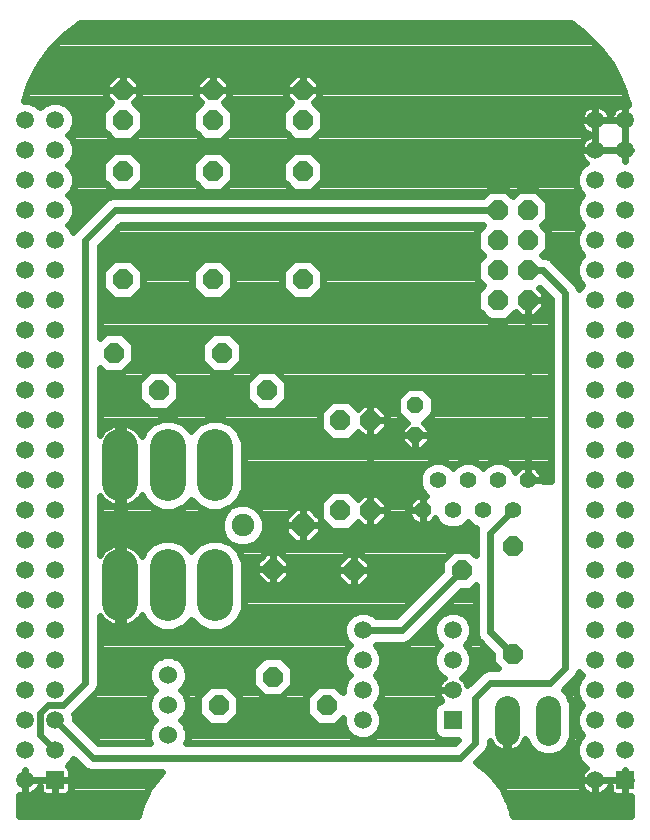
<source format=gtl>
G75*
%MOIN*%
%OFA0B0*%
%FSLAX24Y24*%
%IPPOS*%
%LPD*%
%AMOC8*
5,1,8,0,0,1.08239X$1,22.5*
%
%ADD10R,0.0594X0.0594*%
%ADD11C,0.0594*%
%ADD12R,0.0590X0.0590*%
%ADD13C,0.0590*%
%ADD14OC8,0.0660*%
%ADD15C,0.0750*%
%ADD16OC8,0.0750*%
%ADD17OC8,0.0520*%
%ADD18C,0.1185*%
%ADD19C,0.0560*%
%ADD20C,0.0600*%
%ADD21C,0.0840*%
%ADD22C,0.0240*%
D10*
X005970Y008000D03*
X024970Y008000D03*
D11*
X023970Y008000D03*
X023970Y009000D03*
X024970Y009000D03*
X024970Y010000D03*
X024970Y011000D03*
X023970Y011000D03*
X023970Y010000D03*
X023970Y012000D03*
X024970Y012000D03*
X024970Y013000D03*
X024970Y014000D03*
X023970Y014000D03*
X023970Y013000D03*
X023970Y015000D03*
X024970Y015000D03*
X024970Y016000D03*
X024970Y017000D03*
X023970Y017000D03*
X023970Y016000D03*
X023970Y018000D03*
X024970Y018000D03*
X024970Y019000D03*
X023970Y019000D03*
X023970Y020000D03*
X023970Y021000D03*
X024970Y021000D03*
X024970Y020000D03*
X024970Y022000D03*
X023970Y022000D03*
X023970Y023000D03*
X023970Y024000D03*
X024970Y024000D03*
X024970Y023000D03*
X024970Y025000D03*
X023970Y025000D03*
X023970Y026000D03*
X024970Y026000D03*
X024970Y027000D03*
X024970Y028000D03*
X023970Y028000D03*
X023970Y027000D03*
X023970Y029000D03*
X024970Y029000D03*
X024970Y030000D03*
X023970Y030000D03*
X005970Y030000D03*
X005970Y029000D03*
X005970Y028000D03*
X005970Y027000D03*
X005970Y026000D03*
X005970Y025000D03*
X005970Y024000D03*
X005970Y023000D03*
X005970Y022000D03*
X005970Y021000D03*
X005970Y020000D03*
X005970Y019000D03*
X005970Y018000D03*
X005970Y017000D03*
X005970Y016000D03*
X005970Y015000D03*
X005970Y014000D03*
X005970Y013000D03*
X005970Y012000D03*
X005970Y011000D03*
X005970Y010000D03*
X005970Y009000D03*
X004970Y009000D03*
X004970Y008000D03*
X004970Y010000D03*
X004970Y011000D03*
X004970Y012000D03*
X004970Y013000D03*
X004970Y014000D03*
X004970Y015000D03*
X004970Y016000D03*
X004970Y017000D03*
X004970Y018000D03*
X004970Y019000D03*
X004970Y020000D03*
X004970Y021000D03*
X004970Y022000D03*
X004970Y023000D03*
X004970Y024000D03*
X004970Y025000D03*
X004970Y026000D03*
X004970Y027000D03*
X004970Y028000D03*
X004970Y029000D03*
X004970Y030000D03*
D12*
X019220Y010000D03*
D13*
X019220Y011000D03*
X019220Y012000D03*
X019220Y013000D03*
X016220Y013000D03*
X016220Y012000D03*
X016220Y011000D03*
X016220Y010000D03*
D14*
X015020Y010500D03*
X013220Y011450D03*
X011420Y010500D03*
X013220Y015050D03*
X015470Y017000D03*
X016470Y017000D03*
X015920Y015000D03*
X019520Y015000D03*
X021220Y015800D03*
X021220Y012200D03*
X016470Y020000D03*
X015470Y020000D03*
X013020Y021000D03*
X011520Y022250D03*
X009420Y021000D03*
X007920Y022250D03*
X008220Y024700D03*
X011220Y024700D03*
X014220Y024700D03*
X014220Y028300D03*
X014220Y030000D03*
X014220Y031000D03*
X011220Y031000D03*
X011220Y030000D03*
X011220Y028300D03*
X008220Y028300D03*
X008220Y030000D03*
X008220Y031000D03*
X020720Y027000D03*
X020720Y026000D03*
X020720Y025000D03*
X020720Y024000D03*
X021720Y024000D03*
X021720Y025000D03*
X021720Y026000D03*
X021720Y027000D03*
D15*
X012220Y016500D03*
D16*
X014220Y016500D03*
D17*
X017970Y019500D03*
X017970Y020500D03*
D18*
X011300Y019093D02*
X011300Y017908D01*
X009720Y017908D02*
X009720Y019093D01*
X008140Y019093D02*
X008140Y017908D01*
X008140Y015093D02*
X008140Y013908D01*
X009720Y013908D02*
X009720Y015093D01*
X011300Y015093D02*
X011300Y013908D01*
D19*
X018220Y017000D03*
X019220Y017000D03*
X020220Y017000D03*
X021220Y017000D03*
X020720Y018000D03*
X019720Y018000D03*
X018720Y018000D03*
X021720Y018000D03*
D20*
X009720Y011500D03*
X009720Y010500D03*
X009720Y009500D03*
D21*
X021031Y009580D02*
X021031Y010420D01*
X022409Y010420D02*
X022409Y009580D01*
D22*
X004765Y007524D02*
X004765Y006795D01*
X008728Y006795D01*
X008815Y007179D01*
X008815Y007179D01*
X009088Y007746D01*
X009088Y007746D01*
X009481Y008239D01*
X009481Y008239D01*
X009520Y008270D01*
X007125Y008270D01*
X006948Y008343D01*
X006813Y008478D01*
X006567Y008724D01*
X006527Y008628D01*
X006383Y008484D01*
X006402Y008473D01*
X006443Y008432D01*
X006472Y008382D01*
X006487Y008326D01*
X006487Y008000D01*
X005970Y008000D01*
X005970Y008000D01*
X005970Y008000D01*
X005487Y008000D01*
X004970Y008000D01*
X004970Y008000D01*
X004970Y008343D01*
X004970Y008343D01*
X004970Y008000D01*
X004970Y008000D01*
X004970Y008000D01*
X004765Y008000D01*
X004765Y008000D01*
X004970Y008000D01*
X005970Y008000D01*
X006487Y008000D01*
X006487Y007674D01*
X006472Y007618D01*
X006443Y007568D01*
X006402Y007527D01*
X006352Y007498D01*
X006296Y007483D01*
X005970Y007483D01*
X005970Y008000D01*
X005970Y008000D01*
X005970Y007483D01*
X005644Y007483D01*
X005588Y007498D01*
X005538Y007527D01*
X005497Y007568D01*
X005468Y007618D01*
X005453Y007674D01*
X005453Y007814D01*
X005449Y007802D01*
X005412Y007729D01*
X005364Y007663D01*
X005307Y007606D01*
X005241Y007558D01*
X005168Y007521D01*
X005091Y007496D01*
X005011Y007483D01*
X004970Y007483D01*
X004970Y008000D01*
X004970Y008000D01*
X004970Y007483D01*
X004929Y007483D01*
X004849Y007496D01*
X004772Y007521D01*
X004765Y007524D01*
X004765Y007348D02*
X008896Y007348D01*
X008799Y007109D02*
X004765Y007109D01*
X004765Y006871D02*
X008745Y006871D01*
X009011Y007586D02*
X006453Y007586D01*
X006487Y007825D02*
X009151Y007825D01*
X009341Y008063D02*
X006487Y008063D01*
X006487Y008302D02*
X007048Y008302D01*
X006751Y008540D02*
X006439Y008540D01*
X005970Y009000D02*
X005470Y009500D01*
X005470Y010250D01*
X005720Y010500D01*
X006220Y010500D01*
X006970Y011250D01*
X006970Y026000D01*
X007970Y027000D01*
X020720Y027000D01*
X020224Y027480D02*
X007875Y027480D01*
X007698Y027407D01*
X007563Y027272D01*
X006567Y026276D01*
X006527Y026372D01*
X006399Y026500D01*
X006527Y026628D01*
X006627Y026869D01*
X006627Y027131D01*
X006527Y027372D01*
X006399Y027500D01*
X006527Y027628D01*
X006627Y027869D01*
X006627Y028131D01*
X006527Y028372D01*
X006399Y028500D01*
X006527Y028628D01*
X006627Y028869D01*
X006627Y029131D01*
X006527Y029372D01*
X006399Y029500D01*
X006527Y029628D01*
X006627Y029869D01*
X006627Y030131D01*
X006527Y030372D01*
X006342Y030557D01*
X006101Y030657D01*
X005839Y030657D01*
X005598Y030557D01*
X005470Y030429D01*
X005342Y030557D01*
X005101Y030657D01*
X004926Y030657D01*
X005104Y031205D01*
X005421Y031828D01*
X005832Y032393D01*
X006327Y032888D01*
X006793Y033226D01*
X023147Y033226D01*
X023613Y032888D01*
X024108Y032393D01*
X024519Y031828D01*
X024836Y031205D01*
X025052Y030540D01*
X025057Y030510D01*
X025011Y030517D01*
X024970Y030517D01*
X024929Y030517D01*
X024849Y030504D01*
X024772Y030479D01*
X024699Y030442D01*
X024633Y030394D01*
X024576Y030337D01*
X024528Y030271D01*
X024491Y030198D01*
X024470Y030134D01*
X024449Y030198D01*
X024412Y030271D01*
X024364Y030337D01*
X024307Y030394D01*
X024241Y030442D01*
X024168Y030479D01*
X024091Y030504D01*
X024011Y030517D01*
X023970Y030517D01*
X023929Y030517D01*
X023849Y030504D01*
X023772Y030479D01*
X023699Y030442D01*
X023633Y030394D01*
X023576Y030337D01*
X023528Y030271D01*
X023491Y030198D01*
X023466Y030121D01*
X023453Y030041D01*
X023453Y030000D01*
X023453Y029959D01*
X023466Y029879D01*
X023491Y029802D01*
X023528Y029729D01*
X023576Y029663D01*
X023633Y029606D01*
X023699Y029558D01*
X023772Y029521D01*
X023836Y029500D01*
X023772Y029479D01*
X023699Y029442D01*
X023633Y029394D01*
X023576Y029337D01*
X023528Y029271D01*
X023491Y029198D01*
X023466Y029121D01*
X023453Y029041D01*
X023453Y029000D01*
X023453Y028959D01*
X023466Y028879D01*
X023491Y028802D01*
X023528Y028729D01*
X023576Y028663D01*
X023633Y028606D01*
X023663Y028584D01*
X023598Y028557D01*
X023413Y028372D01*
X023313Y028131D01*
X023313Y027869D01*
X023413Y027628D01*
X023541Y027500D01*
X023413Y027372D01*
X023313Y027131D01*
X023313Y026869D01*
X023413Y026628D01*
X023541Y026500D01*
X023413Y026372D01*
X023313Y026131D01*
X023313Y025869D01*
X023413Y025628D01*
X023541Y025500D01*
X023413Y025372D01*
X023313Y025131D01*
X023313Y024869D01*
X023413Y024628D01*
X023541Y024500D01*
X023431Y024390D01*
X023377Y024522D01*
X023242Y024657D01*
X022492Y025407D01*
X022315Y025480D01*
X022216Y025480D01*
X022196Y025500D01*
X022410Y025714D01*
X022410Y026286D01*
X022196Y026500D01*
X022410Y026714D01*
X022410Y027286D01*
X022006Y027690D01*
X021434Y027690D01*
X021220Y027476D01*
X021006Y027690D01*
X020434Y027690D01*
X020224Y027480D01*
X020364Y027620D02*
X014516Y027620D01*
X014506Y027610D02*
X014910Y028014D01*
X014910Y028586D01*
X014506Y028990D01*
X013934Y028990D01*
X013530Y028586D01*
X013530Y028014D01*
X013934Y027610D01*
X014506Y027610D01*
X014754Y027859D02*
X023318Y027859D01*
X023313Y028097D02*
X014910Y028097D01*
X014910Y028336D02*
X023398Y028336D01*
X023639Y028574D02*
X014910Y028574D01*
X014683Y028813D02*
X023487Y028813D01*
X023453Y029000D02*
X023970Y029000D01*
X024487Y029000D01*
X024970Y029000D01*
X025175Y029000D01*
X025175Y029000D01*
X024970Y029000D01*
X024970Y029000D01*
X024970Y029000D01*
X024970Y029483D01*
X024970Y030000D01*
X025137Y030000D01*
X025137Y030000D01*
X024970Y030000D01*
X024970Y030000D01*
X024970Y030000D01*
X024970Y030517D01*
X024970Y030000D01*
X024970Y030000D01*
X024970Y030000D01*
X024487Y030000D01*
X023970Y030000D01*
X023970Y030000D01*
X023970Y030000D01*
X023970Y030517D01*
X023970Y030000D01*
X023970Y029483D01*
X023970Y029000D01*
X023970Y029000D01*
X023970Y029000D01*
X024970Y029000D01*
X024970Y028657D01*
X024970Y029000D01*
X024970Y029000D01*
X024970Y029000D01*
X024970Y030000D01*
X023970Y030000D01*
X023970Y030000D01*
X023970Y030000D01*
X023453Y030000D01*
X023970Y030000D01*
X023970Y029000D01*
X023970Y029000D01*
X023453Y029000D01*
X023455Y029051D02*
X006627Y029051D01*
X006603Y028813D02*
X007757Y028813D01*
X007934Y028990D02*
X007530Y028586D01*
X007530Y028014D01*
X007934Y027610D01*
X008506Y027610D01*
X008910Y028014D01*
X008910Y028586D01*
X008506Y028990D01*
X007934Y028990D01*
X007934Y029310D02*
X008506Y029310D01*
X008910Y029714D01*
X008910Y030286D01*
X008597Y030599D01*
X008770Y030772D01*
X008770Y031000D01*
X008770Y031228D01*
X008448Y031550D01*
X008220Y031550D01*
X008220Y031000D01*
X008770Y031000D01*
X008220Y031000D01*
X008220Y031000D01*
X008220Y031000D01*
X008220Y031000D01*
X007670Y031000D01*
X007670Y031228D01*
X007992Y031550D01*
X008220Y031550D01*
X008220Y031000D01*
X007670Y031000D01*
X007670Y030772D01*
X007843Y030599D01*
X007530Y030286D01*
X007530Y029714D01*
X007934Y029310D01*
X007716Y029528D02*
X006427Y029528D01*
X006561Y029290D02*
X023541Y029290D01*
X023758Y029528D02*
X014724Y029528D01*
X014910Y029714D02*
X014910Y030286D01*
X014597Y030599D01*
X014770Y030772D01*
X014770Y031000D01*
X014770Y031228D01*
X014448Y031550D01*
X014220Y031550D01*
X014220Y031000D01*
X014770Y031000D01*
X014220Y031000D01*
X014220Y031000D01*
X014220Y031000D01*
X014220Y031000D01*
X013670Y031000D01*
X013670Y031228D01*
X013992Y031550D01*
X014220Y031550D01*
X014220Y031000D01*
X013670Y031000D01*
X013670Y030772D01*
X013843Y030599D01*
X013530Y030286D01*
X013530Y029714D01*
X013934Y029310D01*
X014506Y029310D01*
X014910Y029714D01*
X014910Y029767D02*
X023509Y029767D01*
X023453Y030005D02*
X014910Y030005D01*
X014910Y030244D02*
X023514Y030244D01*
X023781Y030482D02*
X014714Y030482D01*
X014718Y030721D02*
X024993Y030721D01*
X024970Y030482D02*
X024970Y030482D01*
X024781Y030482D02*
X024159Y030482D01*
X023970Y030482D02*
X023970Y030482D01*
X023970Y030244D02*
X023970Y030244D01*
X023970Y030005D02*
X023970Y030005D01*
X023970Y029767D02*
X023970Y029767D01*
X023970Y029528D02*
X023970Y029528D01*
X023970Y029290D02*
X023970Y029290D01*
X023970Y029051D02*
X023970Y029051D01*
X024970Y029051D02*
X024970Y029051D01*
X024970Y028813D02*
X024970Y028813D01*
X024970Y028657D02*
X024970Y028657D01*
X024970Y029290D02*
X024970Y029290D01*
X024970Y029528D02*
X024970Y029528D01*
X024970Y029767D02*
X024970Y029767D01*
X024970Y030005D02*
X024970Y030005D01*
X024970Y030244D02*
X024970Y030244D01*
X024514Y030244D02*
X024426Y030244D01*
X024916Y030959D02*
X014770Y030959D01*
X014770Y031198D02*
X024838Y031198D01*
X024718Y031436D02*
X014562Y031436D01*
X014220Y031436D02*
X014220Y031436D01*
X014220Y031198D02*
X014220Y031198D01*
X013878Y031436D02*
X011562Y031436D01*
X011448Y031550D02*
X011770Y031228D01*
X011770Y031000D01*
X011220Y031000D01*
X011220Y031000D01*
X011220Y031000D01*
X011220Y031550D01*
X011448Y031550D01*
X011220Y031550D02*
X010992Y031550D01*
X010670Y031228D01*
X010670Y031000D01*
X011220Y031000D01*
X011770Y031000D01*
X011770Y030772D01*
X011597Y030599D01*
X011910Y030286D01*
X011910Y029714D01*
X011506Y029310D01*
X010934Y029310D01*
X010530Y029714D01*
X010530Y030286D01*
X010843Y030599D01*
X010670Y030772D01*
X010670Y031000D01*
X011220Y031000D01*
X011220Y031000D01*
X011220Y031550D01*
X011220Y031436D02*
X011220Y031436D01*
X011220Y031198D02*
X011220Y031198D01*
X010878Y031436D02*
X008562Y031436D01*
X008770Y031198D02*
X010670Y031198D01*
X010670Y030959D02*
X008770Y030959D01*
X008718Y030721D02*
X010722Y030721D01*
X010726Y030482D02*
X008714Y030482D01*
X008910Y030244D02*
X010530Y030244D01*
X010530Y030005D02*
X008910Y030005D01*
X008910Y029767D02*
X010530Y029767D01*
X010716Y029528D02*
X008724Y029528D01*
X008683Y028813D02*
X010757Y028813D01*
X010934Y028990D02*
X010530Y028586D01*
X010530Y028014D01*
X010934Y027610D01*
X011506Y027610D01*
X011910Y028014D01*
X011910Y028586D01*
X011506Y028990D01*
X010934Y028990D01*
X010530Y028574D02*
X008910Y028574D01*
X008910Y028336D02*
X010530Y028336D01*
X010530Y028097D02*
X008910Y028097D01*
X008754Y027859D02*
X010686Y027859D01*
X010924Y027620D02*
X008516Y027620D01*
X007924Y027620D02*
X006519Y027620D01*
X006517Y027382D02*
X007673Y027382D01*
X007434Y027143D02*
X006622Y027143D01*
X006627Y026905D02*
X007196Y026905D01*
X006957Y026666D02*
X006543Y026666D01*
X006471Y026428D02*
X006719Y026428D01*
X007450Y025801D02*
X008169Y026520D01*
X020224Y026520D01*
X020244Y026500D01*
X020030Y026286D01*
X020030Y025714D01*
X020244Y025500D01*
X020030Y025286D01*
X020030Y024714D01*
X020244Y024500D01*
X020030Y024286D01*
X020030Y023714D01*
X020434Y023310D01*
X021006Y023310D01*
X021319Y023623D01*
X021492Y023450D01*
X021720Y023450D01*
X021948Y023450D01*
X022270Y023772D01*
X022270Y024000D01*
X022270Y024228D01*
X022097Y024401D01*
X022118Y024423D01*
X022490Y024051D01*
X022490Y017959D01*
X022220Y017959D01*
X022220Y017961D01*
X022220Y018000D01*
X022220Y018039D01*
X022208Y018117D01*
X022183Y018192D01*
X022148Y018262D01*
X022101Y018326D01*
X022046Y018381D01*
X021982Y018428D01*
X021912Y018463D01*
X021837Y018488D01*
X021759Y018500D01*
X021720Y018500D01*
X021720Y018000D01*
X021720Y024000D01*
X022270Y024000D01*
X021720Y024000D01*
X021720Y024000D01*
X021720Y023450D01*
X021720Y024000D01*
X021720Y024000D01*
X021720Y023804D02*
X021720Y023804D01*
X021720Y023566D02*
X021720Y023566D01*
X022063Y023566D02*
X022490Y023566D01*
X022490Y023804D02*
X022270Y023804D01*
X022270Y024043D02*
X022490Y024043D01*
X022260Y024281D02*
X022217Y024281D01*
X022220Y025000D02*
X021720Y025000D01*
X022220Y025000D02*
X022970Y024250D01*
X022970Y011750D01*
X022470Y011250D01*
X020470Y011250D01*
X019970Y010750D01*
X019970Y009250D01*
X019470Y008750D01*
X007220Y008750D01*
X005970Y010000D01*
X006627Y010022D02*
X006627Y010131D01*
X006598Y010200D01*
X007242Y010843D01*
X007377Y010978D01*
X007450Y011155D01*
X007450Y013478D01*
X007463Y013455D01*
X007528Y013371D01*
X007603Y013295D01*
X007688Y013230D01*
X007780Y013177D01*
X007878Y013136D01*
X007981Y013109D01*
X008062Y013098D01*
X008062Y014422D01*
X008218Y014422D01*
X008218Y013098D01*
X008299Y013109D01*
X008402Y013136D01*
X008500Y013177D01*
X008592Y013230D01*
X008677Y013295D01*
X008752Y013371D01*
X008817Y013455D01*
X008852Y013515D01*
X008913Y013368D01*
X009180Y013100D01*
X009531Y012955D01*
X009909Y012955D01*
X010260Y013100D01*
X010510Y013350D01*
X010760Y013100D01*
X011111Y012955D01*
X011489Y012955D01*
X011840Y013100D01*
X012107Y013368D01*
X012252Y013718D01*
X012252Y015282D01*
X012107Y015632D01*
X011904Y015835D01*
X012074Y015765D01*
X012366Y015765D01*
X012636Y015877D01*
X012843Y016084D01*
X012955Y016354D01*
X012955Y016646D01*
X012843Y016916D01*
X012636Y017123D01*
X012366Y017235D01*
X012074Y017235D01*
X011904Y017165D01*
X012107Y017368D01*
X012252Y017718D01*
X012252Y019282D01*
X012107Y019632D01*
X011840Y019900D01*
X011489Y020045D01*
X011111Y020045D01*
X010760Y019900D01*
X010510Y019650D01*
X010260Y019900D01*
X009909Y020045D01*
X009531Y020045D01*
X009180Y019900D01*
X008913Y019632D01*
X008852Y019485D01*
X008817Y019545D01*
X008752Y019629D01*
X008677Y019705D01*
X008592Y019770D01*
X008500Y019823D01*
X008402Y019864D01*
X008299Y019891D01*
X008218Y019902D01*
X008218Y018578D01*
X008062Y018578D01*
X008062Y019902D01*
X007981Y019891D01*
X007878Y019864D01*
X007780Y019823D01*
X007688Y019770D01*
X007603Y019705D01*
X007528Y019629D01*
X007463Y019545D01*
X007450Y019522D01*
X007450Y021744D01*
X007634Y021560D01*
X008206Y021560D01*
X008610Y021964D01*
X008610Y022536D01*
X008206Y022940D01*
X007634Y022940D01*
X007450Y022756D01*
X007450Y025801D01*
X007450Y025712D02*
X020032Y025712D01*
X020030Y025951D02*
X007599Y025951D01*
X007838Y026189D02*
X020030Y026189D01*
X020172Y026428D02*
X008076Y026428D01*
X007934Y025390D02*
X007530Y024986D01*
X007530Y024414D01*
X007934Y024010D01*
X008506Y024010D01*
X008910Y024414D01*
X008910Y024986D01*
X008506Y025390D01*
X007934Y025390D01*
X007779Y025235D02*
X007450Y025235D01*
X007450Y024997D02*
X007541Y024997D01*
X007530Y024758D02*
X007450Y024758D01*
X007450Y024520D02*
X007530Y024520D01*
X007450Y024281D02*
X007663Y024281D01*
X007450Y024043D02*
X007902Y024043D01*
X007450Y023804D02*
X020030Y023804D01*
X020030Y024043D02*
X014538Y024043D01*
X014506Y024010D02*
X013934Y024010D01*
X013530Y024414D01*
X013530Y024986D01*
X013934Y025390D01*
X014506Y025390D01*
X014910Y024986D01*
X014910Y024414D01*
X014506Y024010D01*
X014777Y024281D02*
X020030Y024281D01*
X020225Y024520D02*
X014910Y024520D01*
X014910Y024758D02*
X020030Y024758D01*
X020030Y024997D02*
X014899Y024997D01*
X014661Y025235D02*
X020030Y025235D01*
X020218Y025474D02*
X007450Y025474D01*
X008661Y025235D02*
X010779Y025235D01*
X010934Y025390D02*
X010530Y024986D01*
X010530Y024414D01*
X010934Y024010D01*
X011506Y024010D01*
X011910Y024414D01*
X011910Y024986D01*
X011506Y025390D01*
X010934Y025390D01*
X010541Y024997D02*
X008899Y024997D01*
X008910Y024758D02*
X010530Y024758D01*
X010530Y024520D02*
X008910Y024520D01*
X008777Y024281D02*
X010663Y024281D01*
X010902Y024043D02*
X008538Y024043D01*
X007450Y023566D02*
X020179Y023566D01*
X020417Y023327D02*
X007450Y023327D01*
X007450Y023089D02*
X022490Y023089D01*
X022490Y023327D02*
X021023Y023327D01*
X021261Y023566D02*
X021377Y023566D01*
X022490Y022850D02*
X011896Y022850D01*
X011806Y022940D02*
X011234Y022940D01*
X010830Y022536D01*
X010830Y021964D01*
X011234Y021560D01*
X011806Y021560D01*
X012210Y021964D01*
X012210Y022536D01*
X011806Y022940D01*
X012134Y022612D02*
X022490Y022612D01*
X022490Y022373D02*
X012210Y022373D01*
X012210Y022135D02*
X022490Y022135D01*
X022490Y021896D02*
X012142Y021896D01*
X011903Y021658D02*
X012702Y021658D01*
X012734Y021690D02*
X012330Y021286D01*
X012330Y020714D01*
X012734Y020310D01*
X013306Y020310D01*
X013710Y020714D01*
X013710Y021286D01*
X013306Y021690D01*
X012734Y021690D01*
X012463Y021419D02*
X009977Y021419D01*
X010110Y021286D02*
X009706Y021690D01*
X009134Y021690D01*
X008730Y021286D01*
X008730Y020714D01*
X009134Y020310D01*
X009706Y020310D01*
X010110Y020714D01*
X010110Y021286D01*
X010110Y021181D02*
X012330Y021181D01*
X012330Y020942D02*
X010110Y020942D01*
X010099Y020704D02*
X012341Y020704D01*
X012579Y020465D02*
X009861Y020465D01*
X010047Y019988D02*
X010973Y019988D01*
X010610Y019750D02*
X010410Y019750D01*
X009393Y019988D02*
X007450Y019988D01*
X007450Y019750D02*
X007662Y019750D01*
X008062Y019750D02*
X008218Y019750D01*
X008218Y019511D02*
X008062Y019511D01*
X008062Y019273D02*
X008218Y019273D01*
X008218Y019034D02*
X008062Y019034D01*
X008062Y018796D02*
X008218Y018796D01*
X008140Y018500D02*
X008140Y014500D01*
X008218Y014578D02*
X008062Y014578D01*
X008062Y015902D01*
X007981Y015891D01*
X007878Y015864D01*
X007780Y015823D01*
X007688Y015770D01*
X007603Y015705D01*
X007528Y015629D01*
X007463Y015545D01*
X007450Y015522D01*
X007450Y017478D01*
X007463Y017455D01*
X007528Y017371D01*
X007603Y017295D01*
X007688Y017230D01*
X007780Y017177D01*
X007878Y017136D01*
X007981Y017109D01*
X008062Y017098D01*
X008062Y018422D01*
X008218Y018422D01*
X008218Y017098D01*
X008299Y017109D01*
X008402Y017136D01*
X008500Y017177D01*
X008592Y017230D01*
X008677Y017295D01*
X008752Y017371D01*
X008817Y017455D01*
X008852Y017515D01*
X008913Y017368D01*
X009180Y017100D01*
X009531Y016955D01*
X009909Y016955D01*
X010260Y017100D01*
X010510Y017350D01*
X010760Y017100D01*
X011111Y016955D01*
X011489Y016955D01*
X011739Y017058D01*
X011597Y016916D01*
X011485Y016646D01*
X011485Y016354D01*
X011597Y016084D01*
X011739Y015942D01*
X011489Y016045D01*
X011111Y016045D01*
X010760Y015900D01*
X010510Y015650D01*
X010260Y015900D01*
X009909Y016045D01*
X009531Y016045D01*
X009180Y015900D01*
X008913Y015632D01*
X008852Y015485D01*
X008817Y015545D01*
X008752Y015629D01*
X008677Y015705D01*
X008592Y015770D01*
X008500Y015823D01*
X008402Y015864D01*
X008299Y015891D01*
X008218Y015902D01*
X008218Y014578D01*
X008218Y014741D02*
X008062Y014741D01*
X008062Y014980D02*
X008218Y014980D01*
X008218Y015218D02*
X008062Y015218D01*
X008062Y015457D02*
X008218Y015457D01*
X008218Y015695D02*
X008062Y015695D01*
X007593Y015695D02*
X007450Y015695D01*
X007450Y015934D02*
X009261Y015934D01*
X008975Y015695D02*
X008687Y015695D01*
X007450Y016172D02*
X011560Y016172D01*
X011485Y016411D02*
X007450Y016411D01*
X007450Y016649D02*
X011486Y016649D01*
X011585Y016888D02*
X007450Y016888D01*
X007450Y017126D02*
X007917Y017126D01*
X008062Y017126D02*
X008218Y017126D01*
X008363Y017126D02*
X009154Y017126D01*
X008916Y017365D02*
X008746Y017365D01*
X008218Y017365D02*
X008062Y017365D01*
X008062Y017603D02*
X008218Y017603D01*
X008218Y017842D02*
X008062Y017842D01*
X008062Y018080D02*
X008218Y018080D01*
X008218Y018319D02*
X008062Y018319D01*
X007534Y017365D02*
X007450Y017365D01*
X008837Y019511D02*
X008862Y019511D01*
X009030Y019750D02*
X008618Y019750D01*
X008979Y020465D02*
X007450Y020465D01*
X007450Y020227D02*
X014780Y020227D01*
X014780Y020286D02*
X014780Y019714D01*
X015184Y019310D01*
X015756Y019310D01*
X016069Y019623D01*
X016242Y019450D01*
X016470Y019450D01*
X016698Y019450D01*
X017020Y019772D01*
X017020Y020000D01*
X017020Y020228D01*
X016698Y020550D01*
X016470Y020550D01*
X016470Y020000D01*
X016470Y017000D01*
X017020Y017000D01*
X017020Y017228D01*
X016698Y017550D01*
X016470Y017550D01*
X016470Y017000D01*
X016470Y017000D01*
X016470Y017000D01*
X017020Y017000D01*
X017020Y016772D01*
X016698Y016450D01*
X016470Y016450D01*
X016470Y017000D01*
X016470Y017000D01*
X016470Y017550D01*
X016242Y017550D01*
X016069Y017377D01*
X015756Y017690D01*
X015184Y017690D01*
X014780Y017286D01*
X014780Y016781D01*
X014466Y017095D01*
X014220Y017095D01*
X014220Y016500D01*
X014815Y016500D01*
X014815Y016679D01*
X015184Y016310D01*
X015756Y016310D01*
X016069Y016623D01*
X016242Y016450D01*
X016470Y016450D01*
X016470Y017000D01*
X016470Y016888D02*
X016470Y016888D01*
X016470Y017126D02*
X016470Y017126D01*
X016470Y017365D02*
X016470Y017365D01*
X016883Y017365D02*
X017877Y017365D01*
X017894Y017381D02*
X017839Y017326D01*
X017792Y017262D01*
X017757Y017192D01*
X017732Y017117D01*
X017720Y017039D01*
X017720Y017000D01*
X018220Y017000D01*
X018220Y017000D01*
X018220Y017500D01*
X018259Y017500D01*
X018325Y017490D01*
X018177Y017637D01*
X018080Y017873D01*
X018080Y018127D01*
X018177Y018363D01*
X018357Y018543D01*
X018593Y018640D01*
X018847Y018640D01*
X019083Y018543D01*
X019220Y018405D01*
X019357Y018543D01*
X019593Y018640D01*
X019847Y018640D01*
X020083Y018543D01*
X020220Y018405D01*
X020357Y018543D01*
X020593Y018640D01*
X020847Y018640D01*
X021083Y018543D01*
X021263Y018363D01*
X021300Y018272D01*
X021339Y018326D01*
X021394Y018381D01*
X021458Y018428D01*
X021528Y018463D01*
X021603Y018488D01*
X021681Y018500D01*
X021720Y018500D01*
X021720Y018000D01*
X021720Y018000D01*
X022220Y018000D01*
X021720Y018000D01*
X021720Y018000D01*
X021720Y018080D02*
X021720Y018080D01*
X021720Y018319D02*
X021720Y018319D01*
X021333Y018319D02*
X021281Y018319D01*
X021048Y018557D02*
X022490Y018557D01*
X022490Y018319D02*
X022107Y018319D01*
X022214Y018080D02*
X022490Y018080D01*
X022490Y018796D02*
X012252Y018796D01*
X012252Y019034D02*
X017757Y019034D01*
X017771Y019020D02*
X017490Y019301D01*
X017490Y019500D01*
X017970Y019500D01*
X018450Y019500D01*
X018450Y019699D01*
X018248Y019901D01*
X018590Y020243D01*
X018590Y020757D01*
X018227Y021120D01*
X017713Y021120D01*
X017350Y020757D01*
X017350Y020243D01*
X017692Y019901D01*
X017490Y019699D01*
X017490Y019500D01*
X017970Y019500D01*
X017970Y019500D01*
X017970Y019500D01*
X018450Y019500D01*
X018450Y019301D01*
X018169Y019020D01*
X017970Y019020D01*
X017970Y019500D01*
X017970Y019500D01*
X017970Y019020D01*
X017771Y019020D01*
X017970Y019034D02*
X017970Y019034D01*
X018183Y019034D02*
X022490Y019034D01*
X022490Y019273D02*
X018421Y019273D01*
X018450Y019511D02*
X022490Y019511D01*
X022490Y019750D02*
X018399Y019750D01*
X018335Y019988D02*
X022490Y019988D01*
X022490Y020227D02*
X018573Y020227D01*
X018590Y020465D02*
X022490Y020465D01*
X022490Y020704D02*
X018590Y020704D01*
X018405Y020942D02*
X022490Y020942D01*
X022490Y021181D02*
X013710Y021181D01*
X013710Y020942D02*
X017535Y020942D01*
X017350Y020704D02*
X013699Y020704D01*
X013461Y020465D02*
X014959Y020465D01*
X014780Y020286D02*
X015184Y020690D01*
X015756Y020690D01*
X016069Y020377D01*
X016242Y020550D01*
X016470Y020550D01*
X016470Y020000D01*
X017020Y020000D01*
X016470Y020000D01*
X016470Y020000D01*
X016470Y020000D01*
X016470Y019450D01*
X016470Y020000D01*
X016470Y020000D01*
X016470Y019988D02*
X016470Y019988D01*
X016470Y019750D02*
X016470Y019750D01*
X016470Y019511D02*
X016470Y019511D01*
X016759Y019511D02*
X017490Y019511D01*
X017519Y019273D02*
X012252Y019273D01*
X012158Y019511D02*
X014983Y019511D01*
X014780Y019750D02*
X011990Y019750D01*
X011627Y019988D02*
X014780Y019988D01*
X015957Y019511D02*
X016181Y019511D01*
X016470Y020227D02*
X016470Y020227D01*
X016470Y020465D02*
X016470Y020465D01*
X016783Y020465D02*
X017350Y020465D01*
X017367Y020227D02*
X017020Y020227D01*
X017020Y019988D02*
X017605Y019988D01*
X017541Y019750D02*
X016997Y019750D01*
X016157Y020465D02*
X015981Y020465D01*
X017970Y019273D02*
X017970Y019273D01*
X018392Y018557D02*
X012252Y018557D01*
X012252Y018319D02*
X018159Y018319D01*
X018080Y018080D02*
X012252Y018080D01*
X012252Y017842D02*
X018093Y017842D01*
X018212Y017603D02*
X015843Y017603D01*
X015097Y017603D02*
X012205Y017603D01*
X012104Y017365D02*
X014859Y017365D01*
X014780Y017126D02*
X012629Y017126D01*
X012855Y016888D02*
X013766Y016888D01*
X013625Y016746D02*
X013625Y016500D01*
X014220Y016500D01*
X014220Y016500D01*
X014220Y016500D01*
X014815Y016500D01*
X014815Y016254D01*
X014466Y015905D01*
X014220Y015905D01*
X014220Y016500D01*
X014220Y016500D01*
X014220Y016500D01*
X014220Y017095D01*
X013974Y017095D01*
X013625Y016746D01*
X013625Y016649D02*
X012954Y016649D01*
X012955Y016411D02*
X013625Y016411D01*
X013625Y016500D02*
X013625Y016254D01*
X013974Y015905D01*
X014220Y015905D01*
X014220Y016500D01*
X013625Y016500D01*
X013707Y016172D02*
X012880Y016172D01*
X012693Y015934D02*
X013945Y015934D01*
X014220Y015934D02*
X014220Y015934D01*
X014220Y016172D02*
X014220Y016172D01*
X014220Y016411D02*
X014220Y016411D01*
X014220Y016649D02*
X014220Y016649D01*
X014220Y016888D02*
X014220Y016888D01*
X014674Y016888D02*
X014780Y016888D01*
X014815Y016649D02*
X014845Y016649D01*
X014815Y016411D02*
X015084Y016411D01*
X014733Y016172D02*
X019990Y016172D01*
X019990Y016345D02*
X019990Y015506D01*
X019806Y015690D01*
X019234Y015690D01*
X018830Y015286D01*
X018830Y014989D01*
X017321Y013480D01*
X016666Y013480D01*
X016591Y013555D01*
X016350Y013655D01*
X016090Y013655D01*
X015849Y013555D01*
X015665Y013371D01*
X015565Y013130D01*
X015565Y012870D01*
X015665Y012629D01*
X015794Y012500D01*
X015665Y012371D01*
X015565Y012130D01*
X015565Y011870D01*
X015665Y011629D01*
X015794Y011500D01*
X015665Y011371D01*
X015565Y011130D01*
X015565Y010931D01*
X015306Y011190D01*
X014734Y011190D01*
X014330Y010786D01*
X014330Y010214D01*
X014734Y009810D01*
X015306Y009810D01*
X015565Y010069D01*
X015565Y009870D01*
X015665Y009629D01*
X015849Y009445D01*
X016090Y009345D01*
X016350Y009345D01*
X016591Y009445D01*
X016775Y009629D01*
X016875Y009870D01*
X016875Y010130D01*
X016775Y010371D01*
X016646Y010500D01*
X016775Y010629D01*
X016875Y010870D01*
X016875Y011130D01*
X016775Y011371D01*
X016646Y011500D01*
X016775Y011629D01*
X016875Y011870D01*
X016875Y012130D01*
X016775Y012371D01*
X016646Y012500D01*
X016666Y012520D01*
X017615Y012520D01*
X017792Y012593D01*
X019509Y014310D01*
X019806Y014310D01*
X019990Y014494D01*
X019990Y012855D01*
X020063Y012678D01*
X020530Y012211D01*
X020530Y011914D01*
X020714Y011730D01*
X020375Y011730D01*
X020198Y011657D01*
X019707Y011166D01*
X019697Y011198D01*
X019660Y011270D01*
X019613Y011335D01*
X019555Y011393D01*
X019523Y011416D01*
X019591Y011445D01*
X019775Y011629D01*
X019875Y011870D01*
X019875Y012130D01*
X019775Y012371D01*
X019646Y012500D01*
X019775Y012629D01*
X019875Y012870D01*
X019875Y013130D01*
X019775Y013371D01*
X019591Y013555D01*
X019350Y013655D01*
X019090Y013655D01*
X018849Y013555D01*
X018665Y013371D01*
X018565Y013130D01*
X018565Y012870D01*
X018665Y012629D01*
X018794Y012500D01*
X018665Y012371D01*
X018565Y012130D01*
X018565Y011870D01*
X018665Y011629D01*
X018849Y011445D01*
X018917Y011416D01*
X018884Y011393D01*
X018827Y011335D01*
X018780Y011270D01*
X018743Y011198D01*
X018718Y011121D01*
X018705Y011041D01*
X018705Y011000D01*
X019220Y011000D01*
X019220Y011000D01*
X018705Y011000D01*
X018705Y010959D01*
X018718Y010879D01*
X018743Y010802D01*
X018780Y010730D01*
X018827Y010664D01*
X018842Y010650D01*
X018721Y010600D01*
X018620Y010499D01*
X018565Y010367D01*
X018565Y009633D01*
X018620Y009501D01*
X018721Y009400D01*
X018853Y009345D01*
X019386Y009345D01*
X019271Y009230D01*
X010323Y009230D01*
X010380Y009369D01*
X010380Y009631D01*
X010280Y009874D01*
X010153Y010000D01*
X010280Y010126D01*
X010380Y010369D01*
X010380Y010631D01*
X010280Y010874D01*
X010153Y011000D01*
X010280Y011126D01*
X010380Y011369D01*
X010380Y011631D01*
X010280Y011874D01*
X010094Y012060D01*
X009851Y012160D01*
X009589Y012160D01*
X009346Y012060D01*
X009160Y011874D01*
X009060Y011631D01*
X009060Y011369D01*
X009160Y011126D01*
X009287Y011000D01*
X009160Y010874D01*
X009060Y010631D01*
X009060Y010369D01*
X009160Y010126D01*
X009287Y010000D01*
X009160Y009874D01*
X009060Y009631D01*
X009060Y009369D01*
X009117Y009230D01*
X007419Y009230D01*
X006627Y010022D01*
X006678Y009971D02*
X009258Y009971D01*
X009126Y010210D02*
X006608Y010210D01*
X006847Y010448D02*
X009060Y010448D01*
X009083Y010687D02*
X007085Y010687D01*
X007324Y010925D02*
X009212Y010925D01*
X009145Y011164D02*
X007450Y011164D01*
X007450Y011402D02*
X009060Y011402D01*
X009064Y011641D02*
X007450Y011641D01*
X007450Y011879D02*
X009166Y011879D01*
X009486Y012118D02*
X007450Y012118D01*
X007450Y012356D02*
X015658Y012356D01*
X015699Y012595D02*
X007450Y012595D01*
X007450Y012833D02*
X015580Y012833D01*
X015565Y013072D02*
X011771Y013072D01*
X012050Y013310D02*
X015639Y013310D01*
X015842Y013549D02*
X012182Y013549D01*
X012252Y013787D02*
X017628Y013787D01*
X017390Y013549D02*
X016598Y013549D01*
X016220Y013000D02*
X017520Y013000D01*
X019520Y015000D01*
X019001Y015457D02*
X016241Y015457D01*
X016148Y015550D02*
X015920Y015550D01*
X015920Y015000D01*
X016470Y015000D01*
X016470Y015228D01*
X016148Y015550D01*
X015920Y015550D02*
X015692Y015550D01*
X015370Y015228D01*
X015370Y015000D01*
X015920Y015000D01*
X015920Y015000D01*
X015920Y015000D01*
X016470Y015000D01*
X016470Y014772D01*
X016148Y014450D01*
X015920Y014450D01*
X015920Y015000D01*
X015920Y015000D01*
X015920Y015000D01*
X015920Y015550D01*
X015920Y015457D02*
X015920Y015457D01*
X015920Y015218D02*
X015920Y015218D01*
X015920Y015000D02*
X015370Y015000D01*
X015370Y014772D01*
X015692Y014450D01*
X015920Y014450D01*
X015920Y015000D01*
X015920Y014980D02*
X015920Y014980D01*
X015920Y014741D02*
X015920Y014741D01*
X015920Y014503D02*
X015920Y014503D01*
X016200Y014503D02*
X018344Y014503D01*
X018582Y014741D02*
X016439Y014741D01*
X016470Y014980D02*
X018821Y014980D01*
X018830Y015218D02*
X016470Y015218D01*
X015640Y014503D02*
X013450Y014503D01*
X013448Y014500D02*
X013770Y014822D01*
X013770Y015050D01*
X013770Y015278D01*
X013448Y015600D01*
X013220Y015600D01*
X013220Y015050D01*
X013220Y015050D01*
X013770Y015050D01*
X013220Y015050D01*
X013220Y015050D01*
X013220Y015050D01*
X012670Y015050D01*
X012670Y015278D01*
X012992Y015600D01*
X013220Y015600D01*
X013220Y015050D01*
X013220Y014500D01*
X013448Y014500D01*
X013220Y014500D02*
X013220Y015050D01*
X013220Y015050D01*
X012670Y015050D01*
X012670Y014822D01*
X012992Y014500D01*
X013220Y014500D01*
X013220Y014503D02*
X013220Y014503D01*
X012990Y014503D02*
X012252Y014503D01*
X012252Y014741D02*
X012751Y014741D01*
X012670Y014980D02*
X012252Y014980D01*
X012252Y015218D02*
X012670Y015218D01*
X012849Y015457D02*
X012180Y015457D01*
X012045Y015695D02*
X019990Y015695D01*
X019990Y015934D02*
X014495Y015934D01*
X013770Y015218D02*
X015370Y015218D01*
X015370Y014980D02*
X013770Y014980D01*
X013689Y014741D02*
X015401Y014741D01*
X015599Y015457D02*
X013591Y015457D01*
X013220Y015457D02*
X013220Y015457D01*
X013220Y015218D02*
X013220Y015218D01*
X013220Y014980D02*
X013220Y014980D01*
X013220Y014741D02*
X013220Y014741D01*
X012252Y014264D02*
X018105Y014264D01*
X017867Y014026D02*
X012252Y014026D01*
X010829Y013072D02*
X010191Y013072D01*
X010470Y013310D02*
X010550Y013310D01*
X009249Y013072D02*
X007450Y013072D01*
X007450Y013310D02*
X007588Y013310D01*
X008062Y013310D02*
X008218Y013310D01*
X008218Y013549D02*
X008062Y013549D01*
X008062Y013787D02*
X008218Y013787D01*
X008218Y014026D02*
X008062Y014026D01*
X008062Y014264D02*
X008218Y014264D01*
X008692Y013310D02*
X008970Y013310D01*
X009954Y012118D02*
X012912Y012118D01*
X012934Y012140D02*
X012530Y011736D01*
X012530Y011164D01*
X012934Y010760D01*
X013506Y010760D01*
X013910Y011164D01*
X013910Y011736D01*
X013506Y012140D01*
X012934Y012140D01*
X012673Y011879D02*
X010274Y011879D01*
X010376Y011641D02*
X012530Y011641D01*
X012530Y011402D02*
X010380Y011402D01*
X010295Y011164D02*
X011108Y011164D01*
X011134Y011190D02*
X010730Y010786D01*
X010730Y010214D01*
X011134Y009810D01*
X011706Y009810D01*
X012110Y010214D01*
X012110Y010786D01*
X011706Y011190D01*
X011134Y011190D01*
X010869Y010925D02*
X010228Y010925D01*
X010357Y010687D02*
X010730Y010687D01*
X010730Y010448D02*
X010380Y010448D01*
X010314Y010210D02*
X010735Y010210D01*
X010973Y009971D02*
X010182Y009971D01*
X010338Y009733D02*
X015622Y009733D01*
X015565Y009971D02*
X015467Y009971D01*
X015800Y009494D02*
X010380Y009494D01*
X010333Y009256D02*
X019297Y009256D01*
X018627Y009494D02*
X016640Y009494D01*
X016818Y009733D02*
X018565Y009733D01*
X018565Y009971D02*
X016875Y009971D01*
X016842Y010210D02*
X018565Y010210D01*
X018599Y010448D02*
X016698Y010448D01*
X016799Y010687D02*
X018811Y010687D01*
X018710Y010925D02*
X016875Y010925D01*
X016861Y011164D02*
X018732Y011164D01*
X018897Y011402D02*
X016744Y011402D01*
X016780Y011641D02*
X018660Y011641D01*
X018565Y011879D02*
X016875Y011879D01*
X016875Y012118D02*
X018565Y012118D01*
X018658Y012356D02*
X016782Y012356D01*
X017793Y012595D02*
X018699Y012595D01*
X018580Y012833D02*
X018032Y012833D01*
X018270Y013072D02*
X018565Y013072D01*
X018509Y013310D02*
X018639Y013310D01*
X018747Y013549D02*
X018842Y013549D01*
X018986Y013787D02*
X019990Y013787D01*
X019990Y013549D02*
X019598Y013549D01*
X019801Y013310D02*
X019990Y013310D01*
X019990Y013072D02*
X019875Y013072D01*
X019860Y012833D02*
X019999Y012833D01*
X020147Y012595D02*
X019741Y012595D01*
X019782Y012356D02*
X020385Y012356D01*
X020530Y012118D02*
X019875Y012118D01*
X019875Y011879D02*
X020565Y011879D01*
X020182Y011641D02*
X019780Y011641D01*
X019943Y011402D02*
X019543Y011402D01*
X021011Y009980D02*
X021051Y009980D01*
X021051Y008940D01*
X021073Y008940D01*
X021156Y008951D01*
X021237Y008973D01*
X021315Y009005D01*
X021387Y009047D01*
X021454Y009098D01*
X021513Y009157D01*
X021564Y009224D01*
X021606Y009296D01*
X021638Y009374D01*
X021643Y009391D01*
X021748Y009138D01*
X021967Y008919D01*
X022254Y008800D01*
X022564Y008800D01*
X022851Y008919D01*
X023070Y009138D01*
X023189Y009425D01*
X023189Y010575D01*
X023070Y010862D01*
X022915Y011017D01*
X023242Y011343D01*
X023377Y011478D01*
X023431Y011610D01*
X023541Y011500D01*
X023413Y011372D01*
X023313Y011131D01*
X023313Y010869D01*
X023413Y010628D01*
X023541Y010500D01*
X023413Y010372D01*
X023313Y010131D01*
X023313Y009869D01*
X023413Y009628D01*
X023541Y009500D01*
X023413Y009372D01*
X023313Y009131D01*
X023313Y008869D01*
X023413Y008628D01*
X023598Y008443D01*
X023663Y008416D01*
X023633Y008394D01*
X023576Y008337D01*
X023528Y008271D01*
X023491Y008198D01*
X023466Y008121D01*
X023453Y008041D01*
X023453Y008000D01*
X023453Y007959D01*
X023466Y007879D01*
X023491Y007802D01*
X023528Y007729D01*
X023576Y007663D01*
X023633Y007606D01*
X023699Y007558D01*
X023772Y007521D01*
X023849Y007496D01*
X023929Y007483D01*
X023970Y007483D01*
X024011Y007483D01*
X024091Y007496D01*
X024168Y007521D01*
X024241Y007558D01*
X024307Y007606D01*
X024364Y007663D01*
X024412Y007729D01*
X024449Y007802D01*
X024453Y007814D01*
X024453Y007674D01*
X024468Y007618D01*
X024497Y007568D01*
X024538Y007527D01*
X024588Y007498D01*
X024644Y007483D01*
X024970Y007483D01*
X025175Y007483D01*
X025175Y006795D01*
X021212Y006795D01*
X021125Y007179D01*
X020852Y007746D01*
X020852Y007746D01*
X020459Y008239D01*
X020459Y008239D01*
X020459Y008239D01*
X020002Y008603D01*
X020377Y008978D01*
X020450Y009155D01*
X020450Y009310D01*
X020456Y009296D01*
X020498Y009224D01*
X020549Y009157D01*
X020608Y009098D01*
X020675Y009047D01*
X020747Y009005D01*
X020825Y008973D01*
X020906Y008951D01*
X020989Y008940D01*
X021011Y008940D01*
X021011Y009980D01*
X021011Y009971D02*
X021051Y009971D01*
X021051Y009733D02*
X021011Y009733D01*
X021011Y009494D02*
X021051Y009494D01*
X021051Y009256D02*
X021011Y009256D01*
X021011Y009017D02*
X021051Y009017D01*
X021336Y009017D02*
X021869Y009017D01*
X021699Y009256D02*
X021583Y009256D01*
X020726Y009017D02*
X020393Y009017D01*
X020450Y009256D02*
X020479Y009256D01*
X020177Y008779D02*
X023351Y008779D01*
X023313Y009017D02*
X022949Y009017D01*
X023119Y009256D02*
X023365Y009256D01*
X023535Y009494D02*
X023189Y009494D01*
X023189Y009733D02*
X023370Y009733D01*
X023313Y009971D02*
X023189Y009971D01*
X023189Y010210D02*
X023346Y010210D01*
X023489Y010448D02*
X023189Y010448D01*
X023143Y010687D02*
X023389Y010687D01*
X023313Y010925D02*
X023007Y010925D01*
X023062Y011164D02*
X023327Y011164D01*
X023242Y011343D02*
X023242Y011343D01*
X023301Y011402D02*
X023443Y011402D01*
X021220Y012200D02*
X020470Y012950D01*
X020470Y016250D01*
X021220Y017000D01*
X020010Y016394D02*
X019990Y016345D01*
X020010Y016394D02*
X019857Y016457D01*
X019720Y016595D01*
X019583Y016457D01*
X019347Y016360D01*
X019093Y016360D01*
X018857Y016457D01*
X018677Y016637D01*
X018640Y016728D01*
X018601Y016674D01*
X018546Y016619D01*
X018482Y016572D01*
X018412Y016537D01*
X018337Y016512D01*
X018259Y016500D01*
X018220Y016500D01*
X018220Y017000D01*
X018220Y017000D01*
X018220Y017000D01*
X018220Y017500D01*
X018181Y017500D01*
X018103Y017488D01*
X018028Y017463D01*
X017958Y017428D01*
X017894Y017381D01*
X017735Y017126D02*
X017020Y017126D01*
X017020Y016888D02*
X017732Y016888D01*
X017732Y016883D02*
X017757Y016808D01*
X017792Y016738D01*
X017839Y016674D01*
X017894Y016619D01*
X017958Y016572D01*
X018028Y016537D01*
X018103Y016512D01*
X018181Y016500D01*
X018220Y016500D01*
X018220Y017000D01*
X017720Y017000D01*
X017720Y016961D01*
X017732Y016883D01*
X017864Y016649D02*
X016897Y016649D01*
X016470Y016649D02*
X016470Y016649D01*
X015856Y016411D02*
X018971Y016411D01*
X018673Y016649D02*
X018576Y016649D01*
X018220Y016649D02*
X018220Y016649D01*
X018220Y016888D02*
X018220Y016888D01*
X018220Y017126D02*
X018220Y017126D01*
X018220Y017365D02*
X018220Y017365D01*
X019048Y018557D02*
X019392Y018557D01*
X020048Y018557D02*
X020392Y018557D01*
X019971Y016411D02*
X019469Y016411D01*
X019463Y014264D02*
X019990Y014264D01*
X019990Y014026D02*
X019224Y014026D01*
X015660Y011641D02*
X013910Y011641D01*
X013910Y011402D02*
X015696Y011402D01*
X015579Y011164D02*
X015332Y011164D01*
X014708Y011164D02*
X013909Y011164D01*
X013671Y010925D02*
X014469Y010925D01*
X014330Y010687D02*
X012110Y010687D01*
X012110Y010448D02*
X014330Y010448D01*
X014335Y010210D02*
X012105Y010210D01*
X011867Y009971D02*
X014573Y009971D01*
X012769Y010925D02*
X011971Y010925D01*
X011732Y011164D02*
X012531Y011164D01*
X013528Y012118D02*
X015565Y012118D01*
X015565Y011879D02*
X013767Y011879D01*
X010555Y015695D02*
X010465Y015695D01*
X010179Y015934D02*
X010841Y015934D01*
X010734Y017126D02*
X010286Y017126D01*
X008741Y020704D02*
X007450Y020704D01*
X007450Y020942D02*
X008730Y020942D01*
X008730Y021181D02*
X007450Y021181D01*
X007450Y021419D02*
X008863Y021419D01*
X009102Y021658D02*
X008303Y021658D01*
X008542Y021896D02*
X010898Y021896D01*
X010830Y022135D02*
X008610Y022135D01*
X008610Y022373D02*
X010830Y022373D01*
X010906Y022612D02*
X008534Y022612D01*
X008296Y022850D02*
X011144Y022850D01*
X011137Y021658D02*
X009738Y021658D01*
X007537Y021658D02*
X007450Y021658D01*
X007450Y022850D02*
X007544Y022850D01*
X011538Y024043D02*
X013902Y024043D01*
X013663Y024281D02*
X011777Y024281D01*
X011910Y024520D02*
X013530Y024520D01*
X013530Y024758D02*
X011910Y024758D01*
X011899Y024997D02*
X013541Y024997D01*
X013779Y025235D02*
X011661Y025235D01*
X011516Y027620D02*
X013924Y027620D01*
X013686Y027859D02*
X011754Y027859D01*
X011910Y028097D02*
X013530Y028097D01*
X013530Y028336D02*
X011910Y028336D01*
X011910Y028574D02*
X013530Y028574D01*
X013757Y028813D02*
X011683Y028813D01*
X011724Y029528D02*
X013716Y029528D01*
X013530Y029767D02*
X011910Y029767D01*
X011910Y030005D02*
X013530Y030005D01*
X013530Y030244D02*
X011910Y030244D01*
X011714Y030482D02*
X013726Y030482D01*
X013722Y030721D02*
X011718Y030721D01*
X011770Y030959D02*
X013670Y030959D01*
X013670Y031198D02*
X011770Y031198D01*
X008220Y031198D02*
X008220Y031198D01*
X008220Y031436D02*
X008220Y031436D01*
X007878Y031436D02*
X005222Y031436D01*
X005102Y031198D02*
X007670Y031198D01*
X007670Y030959D02*
X005024Y030959D01*
X004947Y030721D02*
X007722Y030721D01*
X007726Y030482D02*
X006417Y030482D01*
X006580Y030244D02*
X007530Y030244D01*
X007530Y030005D02*
X006627Y030005D01*
X006584Y029767D02*
X007530Y029767D01*
X007530Y028574D02*
X006473Y028574D01*
X006542Y028336D02*
X007530Y028336D01*
X007530Y028097D02*
X006627Y028097D01*
X006622Y027859D02*
X007686Y027859D01*
X005523Y030482D02*
X005417Y030482D01*
X005343Y031675D02*
X024597Y031675D01*
X024457Y031913D02*
X005483Y031913D01*
X005657Y032152D02*
X024283Y032152D01*
X024110Y032390D02*
X005830Y032390D01*
X006068Y032629D02*
X023872Y032629D01*
X023634Y032867D02*
X006306Y032867D01*
X006627Y033106D02*
X023313Y033106D01*
X023421Y027620D02*
X022076Y027620D01*
X022314Y027382D02*
X023423Y027382D01*
X023318Y027143D02*
X022410Y027143D01*
X022410Y026905D02*
X023313Y026905D01*
X023397Y026666D02*
X022362Y026666D01*
X022268Y026428D02*
X023469Y026428D01*
X023337Y026189D02*
X022410Y026189D01*
X022410Y025951D02*
X023313Y025951D01*
X023378Y025712D02*
X022408Y025712D01*
X022331Y025474D02*
X023515Y025474D01*
X023356Y025235D02*
X022664Y025235D01*
X022902Y024997D02*
X023313Y024997D01*
X023359Y024758D02*
X023141Y024758D01*
X023378Y024520D02*
X023522Y024520D01*
X022490Y021658D02*
X013338Y021658D01*
X013577Y021419D02*
X022490Y021419D01*
X021364Y027620D02*
X021076Y027620D01*
X009102Y009733D02*
X006916Y009733D01*
X007155Y009494D02*
X009060Y009494D01*
X009107Y009256D02*
X007393Y009256D01*
X005970Y007825D02*
X005970Y007825D01*
X005970Y007586D02*
X005970Y007586D01*
X005487Y007586D02*
X005280Y007586D01*
X004970Y007586D02*
X004970Y007586D01*
X004970Y007825D02*
X004970Y007825D01*
X004970Y008063D02*
X004970Y008063D01*
X004970Y008302D02*
X004970Y008302D01*
X020081Y008540D02*
X023501Y008540D01*
X023550Y008302D02*
X020380Y008302D01*
X020599Y008063D02*
X023457Y008063D01*
X023453Y008000D02*
X023970Y008000D01*
X024487Y008000D01*
X024970Y008000D01*
X025175Y008000D01*
X025175Y008000D01*
X024970Y008000D01*
X024970Y008000D01*
X024970Y008343D01*
X024970Y008343D01*
X024970Y008000D01*
X024970Y008000D01*
X024970Y007483D01*
X024970Y008000D01*
X024970Y008000D01*
X024970Y008000D01*
X023970Y008000D01*
X023970Y008000D01*
X023970Y007483D01*
X023970Y008000D01*
X023970Y008000D01*
X023970Y008000D01*
X023453Y008000D01*
X023484Y007825D02*
X020789Y007825D01*
X020929Y007586D02*
X023660Y007586D01*
X023970Y007586D02*
X023970Y007586D01*
X023970Y007825D02*
X023970Y007825D01*
X024280Y007586D02*
X024487Y007586D01*
X024970Y007586D02*
X024970Y007586D01*
X024970Y007825D02*
X024970Y007825D01*
X024970Y008063D02*
X024970Y008063D01*
X024970Y008302D02*
X024970Y008302D01*
X025175Y007348D02*
X021044Y007348D01*
X021125Y007179D02*
X021125Y007179D01*
X021141Y007109D02*
X025175Y007109D01*
X025175Y006871D02*
X021195Y006871D01*
M02*

</source>
